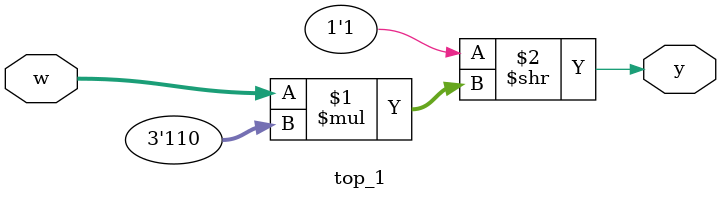
<source format=v>
module top_1 (y, w);
   output y;
   input [2:0] w;
   assign y = 1'b1 >> (w * (3'b110));
endmodule

</source>
